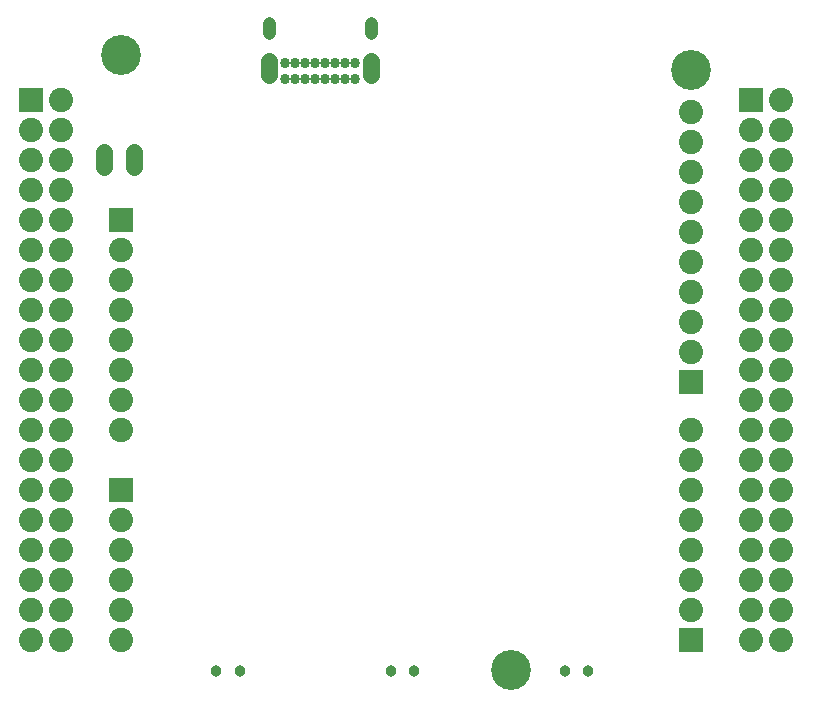
<source format=gbs>
G04 EAGLE Gerber RS-274X export*
G75*
%MOMM*%
%FSLAX34Y34*%
%LPD*%
%INSoldermask Bottom*%
%IPPOS*%
%AMOC8*
5,1,8,0,0,1.08239X$1,22.5*%
G01*
%ADD10C,0.963200*%
%ADD11C,1.479200*%
%ADD12R,2.053200X2.053200*%
%ADD13C,2.053200*%
%ADD14C,3.378200*%
%ADD15C,0.863200*%
%ADD16C,1.403200*%
%ADD17C,1.063200*%


D10*
X337500Y26000D03*
X357500Y26000D03*
X190000Y26000D03*
X210000Y26000D03*
X485000Y26000D03*
X505000Y26000D03*
D11*
X120700Y452620D02*
X120700Y465380D01*
X95300Y465380D02*
X95300Y452620D01*
D12*
X109700Y178800D03*
D13*
X109700Y153400D03*
X109700Y128000D03*
X109700Y102600D03*
X109700Y77200D03*
X109700Y51800D03*
D12*
X109700Y407400D03*
D13*
X109700Y382000D03*
X109700Y356600D03*
X109700Y331200D03*
X109700Y305800D03*
X109700Y280400D03*
X109700Y255000D03*
X109700Y229600D03*
D12*
X33500Y509000D03*
D13*
X58900Y509000D03*
X33500Y483600D03*
X58900Y483600D03*
X33500Y458200D03*
X58900Y458200D03*
X33500Y432800D03*
X58900Y432800D03*
X33500Y407400D03*
X58900Y407400D03*
X33500Y382000D03*
X58900Y382000D03*
X33500Y356600D03*
X58900Y356600D03*
X33500Y331200D03*
X58900Y331200D03*
X33500Y305800D03*
X58900Y305800D03*
X33500Y280400D03*
X58900Y280400D03*
X33500Y255000D03*
X58900Y255000D03*
X33500Y229600D03*
X58900Y229600D03*
X33500Y204200D03*
X58900Y204200D03*
X33500Y178800D03*
X58900Y178800D03*
X33500Y153400D03*
X58900Y153400D03*
X33500Y128000D03*
X58900Y128000D03*
X33500Y102600D03*
X58900Y102600D03*
X33500Y77200D03*
X58900Y77200D03*
X33500Y51800D03*
X58900Y51800D03*
D12*
X592300Y270240D03*
D13*
X592300Y295640D03*
X592300Y321040D03*
X592300Y346440D03*
X592300Y371840D03*
X592300Y397240D03*
X592300Y422640D03*
X592300Y448040D03*
X592300Y473440D03*
X592300Y498840D03*
X592300Y102600D03*
X592300Y128000D03*
X592300Y153400D03*
X592300Y178800D03*
X592300Y204200D03*
X592300Y229600D03*
D12*
X592300Y51800D03*
D13*
X592300Y77200D03*
D12*
X643100Y508750D03*
D13*
X668500Y508750D03*
X643100Y483350D03*
X668500Y483350D03*
X643100Y457950D03*
X668500Y457950D03*
X643100Y432550D03*
X668500Y432550D03*
X643100Y407150D03*
X668500Y407150D03*
X643100Y381750D03*
X668500Y381750D03*
X643100Y356350D03*
X668500Y356350D03*
X643100Y330950D03*
X668500Y330950D03*
X643100Y305550D03*
X668500Y305550D03*
X643100Y280150D03*
X668500Y280150D03*
X643100Y254750D03*
X668500Y254750D03*
X643100Y229350D03*
X668500Y229350D03*
X643100Y203950D03*
X668500Y203950D03*
X643100Y178550D03*
X668500Y178550D03*
X643100Y153150D03*
X668500Y153150D03*
X643100Y127750D03*
X668500Y127750D03*
X643100Y102350D03*
X668500Y102350D03*
X643100Y76950D03*
X668500Y76950D03*
X643100Y51550D03*
X668500Y51550D03*
D14*
X592300Y534400D03*
X109700Y547100D03*
X439900Y26400D03*
D15*
X307250Y526750D03*
X298750Y526750D03*
X290250Y526750D03*
X281750Y526750D03*
X273250Y526750D03*
X264750Y526750D03*
X256250Y526750D03*
X247750Y526750D03*
X307250Y540250D03*
X298750Y540250D03*
X290250Y540250D03*
X281750Y540250D03*
X273250Y540250D03*
X264750Y540250D03*
X256250Y540250D03*
X247750Y540250D03*
D16*
X320750Y542550D02*
X320750Y530550D01*
X234250Y530550D02*
X234250Y542550D01*
D17*
X320750Y566050D02*
X320750Y574650D01*
X234250Y574650D02*
X234250Y566050D01*
M02*

</source>
